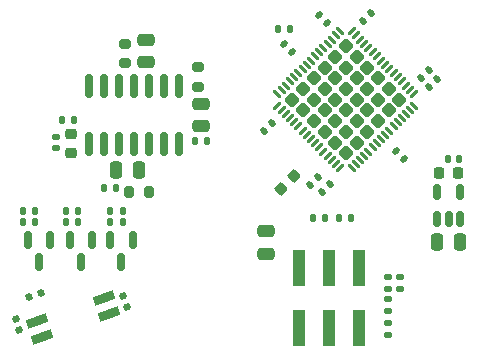
<source format=gbr>
%TF.GenerationSoftware,KiCad,Pcbnew,8.0.5-8.0.5-0~ubuntu22.04.1*%
%TF.CreationDate,2024-10-09T17:19:14-04:00*%
%TF.ProjectId,blinkencap,626c696e-6b65-46e6-9361-702e6b696361,1.0*%
%TF.SameCoordinates,Original*%
%TF.FileFunction,Paste,Bot*%
%TF.FilePolarity,Positive*%
%FSLAX46Y46*%
G04 Gerber Fmt 4.6, Leading zero omitted, Abs format (unit mm)*
G04 Created by KiCad (PCBNEW 8.0.5-8.0.5-0~ubuntu22.04.1) date 2024-10-09 17:19:14*
%MOMM*%
%LPD*%
G01*
G04 APERTURE LIST*
G04 Aperture macros list*
%AMRoundRect*
0 Rectangle with rounded corners*
0 $1 Rounding radius*
0 $2 $3 $4 $5 $6 $7 $8 $9 X,Y pos of 4 corners*
0 Add a 4 corners polygon primitive as box body*
4,1,4,$2,$3,$4,$5,$6,$7,$8,$9,$2,$3,0*
0 Add four circle primitives for the rounded corners*
1,1,$1+$1,$2,$3*
1,1,$1+$1,$4,$5*
1,1,$1+$1,$6,$7*
1,1,$1+$1,$8,$9*
0 Add four rect primitives between the rounded corners*
20,1,$1+$1,$2,$3,$4,$5,0*
20,1,$1+$1,$4,$5,$6,$7,0*
20,1,$1+$1,$6,$7,$8,$9,0*
20,1,$1+$1,$8,$9,$2,$3,0*%
%AMRotRect*
0 Rectangle, with rotation*
0 The origin of the aperture is its center*
0 $1 length*
0 $2 width*
0 $3 Rotation angle, in degrees counterclockwise*
0 Add horizontal line*
21,1,$1,$2,0,0,$3*%
G04 Aperture macros list end*
%ADD10RoundRect,0.250000X0.374767X0.000000X0.000000X0.374767X-0.374767X0.000000X0.000000X-0.374767X0*%
%ADD11RoundRect,0.062500X0.300520X-0.212132X-0.212132X0.300520X-0.300520X0.212132X0.212132X-0.300520X0*%
%ADD12RoundRect,0.062500X0.300520X0.212132X0.212132X0.300520X-0.300520X-0.212132X-0.212132X-0.300520X0*%
%ADD13RoundRect,0.200000X0.200000X0.275000X-0.200000X0.275000X-0.200000X-0.275000X0.200000X-0.275000X0*%
%ADD14RoundRect,0.135000X0.135000X0.185000X-0.135000X0.185000X-0.135000X-0.185000X0.135000X-0.185000X0*%
%ADD15RoundRect,0.250000X-0.250000X-0.475000X0.250000X-0.475000X0.250000X0.475000X-0.250000X0.475000X0*%
%ADD16RoundRect,0.200000X-0.275000X0.200000X-0.275000X-0.200000X0.275000X-0.200000X0.275000X0.200000X0*%
%ADD17RoundRect,0.250000X0.475000X-0.250000X0.475000X0.250000X-0.475000X0.250000X-0.475000X-0.250000X0*%
%ADD18RoundRect,0.140000X-0.219203X-0.021213X-0.021213X-0.219203X0.219203X0.021213X0.021213X0.219203X0*%
%ADD19RoundRect,0.135000X0.185000X-0.135000X0.185000X0.135000X-0.185000X0.135000X-0.185000X-0.135000X0*%
%ADD20RoundRect,0.250000X0.250000X0.475000X-0.250000X0.475000X-0.250000X-0.475000X0.250000X-0.475000X0*%
%ADD21RoundRect,0.150000X-0.150000X0.825000X-0.150000X-0.825000X0.150000X-0.825000X0.150000X0.825000X0*%
%ADD22RoundRect,0.200000X0.275000X-0.200000X0.275000X0.200000X-0.275000X0.200000X-0.275000X-0.200000X0*%
%ADD23RoundRect,0.150000X-0.150000X0.587500X-0.150000X-0.587500X0.150000X-0.587500X0.150000X0.587500X0*%
%ADD24R,1.000000X3.150000*%
%ADD25RoundRect,0.140000X0.021213X-0.219203X0.219203X-0.021213X-0.021213X0.219203X-0.219203X0.021213X0*%
%ADD26RoundRect,0.150000X0.150000X-0.512500X0.150000X0.512500X-0.150000X0.512500X-0.150000X-0.512500X0*%
%ADD27RoundRect,0.140000X0.170000X-0.140000X0.170000X0.140000X-0.170000X0.140000X-0.170000X-0.140000X0*%
%ADD28RoundRect,0.140000X0.140000X0.170000X-0.140000X0.170000X-0.140000X-0.170000X0.140000X-0.170000X0*%
%ADD29RoundRect,0.225000X-0.017678X0.335876X-0.335876X0.017678X0.017678X-0.335876X0.335876X-0.017678X0*%
%ADD30RoundRect,0.135000X-0.135000X-0.185000X0.135000X-0.185000X0.135000X0.185000X-0.135000X0.185000X0*%
%ADD31RoundRect,0.140000X-0.021213X0.219203X-0.219203X0.021213X0.021213X-0.219203X0.219203X-0.021213X0*%
%ADD32RoundRect,0.135000X0.218636X-0.068178X0.131624X0.187417X-0.218636X0.068178X-0.131624X-0.187417X0*%
%ADD33RotRect,1.800000X0.750000X18.500000*%
%ADD34RoundRect,0.225000X0.225000X0.250000X-0.225000X0.250000X-0.225000X-0.250000X0.225000X-0.250000X0*%
%ADD35RoundRect,0.135000X-0.068178X-0.218636X0.187417X-0.131624X0.068178X0.218636X-0.187417X0.131624X0*%
%ADD36RoundRect,0.135000X-0.185000X0.135000X-0.185000X-0.135000X0.185000X-0.135000X0.185000X0.135000X0*%
%ADD37RoundRect,0.140000X0.219203X0.021213X0.021213X0.219203X-0.219203X-0.021213X-0.021213X-0.219203X0*%
%ADD38RoundRect,0.225000X0.250000X-0.225000X0.250000X0.225000X-0.250000X0.225000X-0.250000X-0.225000X0*%
G04 APERTURE END LIST*
D10*
%TO.C,U2*%
X70809188Y-48441421D03*
X71714285Y-47536325D03*
X72619381Y-46631228D03*
X73524478Y-45726131D03*
X74429575Y-44821035D03*
X75334671Y-43915938D03*
X69904091Y-47536325D03*
X70809188Y-46631228D03*
X71714285Y-45726131D03*
X72619381Y-44821035D03*
X73524478Y-43915938D03*
X74429575Y-43010841D03*
X68998995Y-46631228D03*
X69904091Y-45726131D03*
X70809188Y-44821035D03*
X71714285Y-43915938D03*
X72619381Y-43010841D03*
X73524478Y-42105745D03*
X68093898Y-45726131D03*
X68998995Y-44821035D03*
X69904091Y-43915938D03*
X70809188Y-43010841D03*
X71714285Y-42105745D03*
X72619381Y-41200648D03*
X67188801Y-44821035D03*
X68093898Y-43915938D03*
X68998995Y-43010841D03*
X69904091Y-42105745D03*
X70809188Y-41200648D03*
X71714285Y-40295551D03*
X66283705Y-43915938D03*
X67188801Y-43010841D03*
X68093898Y-42105745D03*
X68998995Y-41200648D03*
X69904091Y-40295551D03*
X70809188Y-39390455D03*
D11*
X76607464Y-44410913D03*
X76253910Y-44764466D03*
X75900357Y-45118020D03*
X75546803Y-45471573D03*
X75193250Y-45825126D03*
X74839697Y-46178680D03*
X74486143Y-46532233D03*
X74132590Y-46885786D03*
X73779036Y-47239340D03*
X73425483Y-47592893D03*
X73071930Y-47946447D03*
X72718376Y-48300000D03*
X72364823Y-48653553D03*
X72011270Y-49007107D03*
X71657716Y-49360660D03*
X71304163Y-49714214D03*
D12*
X70314213Y-49714214D03*
X69960660Y-49360660D03*
X69607106Y-49007107D03*
X69253553Y-48653553D03*
X68900000Y-48300000D03*
X68546446Y-47946447D03*
X68192893Y-47592893D03*
X67839340Y-47239340D03*
X67485786Y-46885786D03*
X67132233Y-46532233D03*
X66778679Y-46178680D03*
X66425126Y-45825126D03*
X66071573Y-45471573D03*
X65718019Y-45118020D03*
X65364466Y-44764466D03*
X65010912Y-44410913D03*
D11*
X65010912Y-43420963D03*
X65364466Y-43067410D03*
X65718019Y-42713856D03*
X66071573Y-42360303D03*
X66425126Y-42006750D03*
X66778679Y-41653196D03*
X67132233Y-41299643D03*
X67485786Y-40946090D03*
X67839340Y-40592536D03*
X68192893Y-40238983D03*
X68546446Y-39885429D03*
X68900000Y-39531876D03*
X69253553Y-39178323D03*
X69607106Y-38824769D03*
X69960660Y-38471216D03*
X70314213Y-38117662D03*
D12*
X71304163Y-38117662D03*
X71657716Y-38471216D03*
X72011270Y-38824769D03*
X72364823Y-39178323D03*
X72718376Y-39531876D03*
X73071930Y-39885429D03*
X73425483Y-40238983D03*
X73779036Y-40592536D03*
X74132590Y-40946090D03*
X74486143Y-41299643D03*
X74839697Y-41653196D03*
X75193250Y-42006750D03*
X75546803Y-42360303D03*
X75900357Y-42713856D03*
X76253910Y-43067410D03*
X76607464Y-43420963D03*
%TD*%
D13*
%TO.C,R24*%
X54125000Y-51700000D03*
X52475000Y-51700000D03*
%TD*%
D14*
%TO.C,R15*%
X51895000Y-54300000D03*
X50875000Y-54300000D03*
%TD*%
D15*
%TO.C,C19*%
X51350000Y-49900000D03*
X53250000Y-49900000D03*
%TD*%
D14*
%TO.C,R17*%
X66110000Y-37900000D03*
X65090000Y-37900000D03*
%TD*%
D16*
%TO.C,R22*%
X58300000Y-41175000D03*
X58300000Y-42825000D03*
%TD*%
D17*
%TO.C,C18*%
X58500000Y-46150000D03*
X58500000Y-44250000D03*
%TD*%
D18*
%TO.C,C13*%
X68500000Y-36700000D03*
X69178822Y-37378822D03*
%TD*%
D19*
%TO.C,R1*%
X75400000Y-59910000D03*
X75400000Y-58890000D03*
%TD*%
D20*
%TO.C,C1*%
X80450000Y-56000000D03*
X78550000Y-56000000D03*
%TD*%
D14*
%TO.C,R9*%
X48110000Y-54300000D03*
X47090000Y-54300000D03*
%TD*%
D21*
%TO.C,U3*%
X49090000Y-42725000D03*
X50360000Y-42725000D03*
X51630000Y-42725000D03*
X52900000Y-42725000D03*
X54170000Y-42725000D03*
X55440000Y-42725000D03*
X56710000Y-42725000D03*
X56710000Y-47675000D03*
X55440000Y-47675000D03*
X54170000Y-47675000D03*
X52900000Y-47675000D03*
X51630000Y-47675000D03*
X50360000Y-47675000D03*
X49090000Y-47675000D03*
%TD*%
D22*
%TO.C,R16*%
X52100000Y-40825000D03*
X52100000Y-39175000D03*
%TD*%
D14*
%TO.C,R23*%
X51310000Y-51400000D03*
X50290000Y-51400000D03*
%TD*%
D17*
%TO.C,C17*%
X53900000Y-40750000D03*
X53900000Y-38850000D03*
%TD*%
D23*
%TO.C,Q1*%
X47450000Y-55762500D03*
X49350000Y-55762500D03*
X48400000Y-57637500D03*
%TD*%
D24*
%TO.C,J1*%
X71940000Y-63225000D03*
X71940000Y-58175000D03*
X69400000Y-63225000D03*
X69400000Y-58175000D03*
X66860000Y-63225000D03*
X66860000Y-58175000D03*
%TD*%
D23*
%TO.C,Q3*%
X50850000Y-55762500D03*
X52750000Y-55762500D03*
X51800000Y-57637500D03*
%TD*%
%TO.C,Q2*%
X43850000Y-55762500D03*
X45750000Y-55762500D03*
X44800000Y-57637500D03*
%TD*%
D25*
%TO.C,C11*%
X68760589Y-51739411D03*
X69439411Y-51060589D03*
%TD*%
D17*
%TO.C,C4*%
X64000000Y-56950000D03*
X64000000Y-55050000D03*
%TD*%
D26*
%TO.C,U1*%
X80450000Y-54037500D03*
X79500000Y-54037500D03*
X78550000Y-54037500D03*
X78550000Y-51762500D03*
X80450000Y-51762500D03*
%TD*%
D27*
%TO.C,C16*%
X46300000Y-48005000D03*
X46300000Y-47045000D03*
%TD*%
D28*
%TO.C,C3*%
X80380000Y-48900000D03*
X79420000Y-48900000D03*
%TD*%
D14*
%TO.C,R6*%
X71210000Y-53900000D03*
X70190000Y-53900000D03*
%TD*%
D25*
%TO.C,C10*%
X63900000Y-46600000D03*
X64578822Y-45921178D03*
%TD*%
D29*
%TO.C,C14*%
X66448008Y-50351992D03*
X65351992Y-51448008D03*
%TD*%
D30*
%TO.C,R8*%
X47090000Y-53300000D03*
X48110000Y-53300000D03*
%TD*%
D18*
%TO.C,C12*%
X65560589Y-39160589D03*
X66239411Y-39839411D03*
%TD*%
D31*
%TO.C,C8*%
X78539411Y-42160589D03*
X77860589Y-42839411D03*
%TD*%
D14*
%TO.C,R20*%
X47810000Y-45600000D03*
X46790000Y-45600000D03*
%TD*%
D32*
%TO.C,R10*%
X52264356Y-61482791D03*
X51935644Y-60517209D03*
%TD*%
D33*
%TO.C,D1*%
X44614982Y-62624379D03*
X50304924Y-60720552D03*
X50765018Y-62095621D03*
X45075076Y-63999448D03*
%TD*%
D14*
%TO.C,R21*%
X59010000Y-47400000D03*
X57990000Y-47400000D03*
%TD*%
D31*
%TO.C,C5*%
X72939411Y-36560589D03*
X72260589Y-37239411D03*
%TD*%
D30*
%TO.C,R3*%
X67990000Y-53900000D03*
X69010000Y-53900000D03*
%TD*%
D31*
%TO.C,C6*%
X77839411Y-41360589D03*
X77160589Y-42039411D03*
%TD*%
D34*
%TO.C,C2*%
X80275000Y-50100000D03*
X78725000Y-50100000D03*
%TD*%
D32*
%TO.C,R13*%
X43164356Y-63432791D03*
X42835644Y-62467209D03*
%TD*%
D35*
%TO.C,R7*%
X44017209Y-60614356D03*
X44982791Y-60285644D03*
%TD*%
D36*
%TO.C,R4*%
X74400000Y-62790000D03*
X74400000Y-63810000D03*
%TD*%
D30*
%TO.C,R11*%
X43490000Y-53300000D03*
X44510000Y-53300000D03*
%TD*%
%TO.C,R14*%
X50875000Y-53300000D03*
X51895000Y-53300000D03*
%TD*%
D19*
%TO.C,R5*%
X74400000Y-61810000D03*
X74400000Y-60790000D03*
%TD*%
D36*
%TO.C,R2*%
X74400000Y-58890000D03*
X74400000Y-59910000D03*
%TD*%
D25*
%TO.C,C7*%
X67760589Y-51139411D03*
X68439411Y-50460589D03*
%TD*%
D37*
%TO.C,C9*%
X75700000Y-48900000D03*
X75021178Y-48221178D03*
%TD*%
D38*
%TO.C,C15*%
X47500000Y-48400000D03*
X47500000Y-46850000D03*
%TD*%
D14*
%TO.C,R12*%
X44510000Y-54300000D03*
X43490000Y-54300000D03*
%TD*%
M02*

</source>
